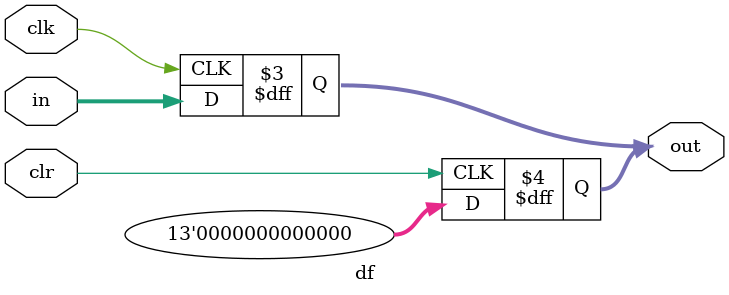
<source format=v>
module df(in,clk,clr,out);
input [12:0]in;
input clk,clr;
output reg [12:0]out;

always @(posedge clr)

	if(clr) out<=12'b0;
	
	else out<=out;


always @(posedge clk)

	 if(clk) out<=in;
	else out<=in;



endmodule

</source>
